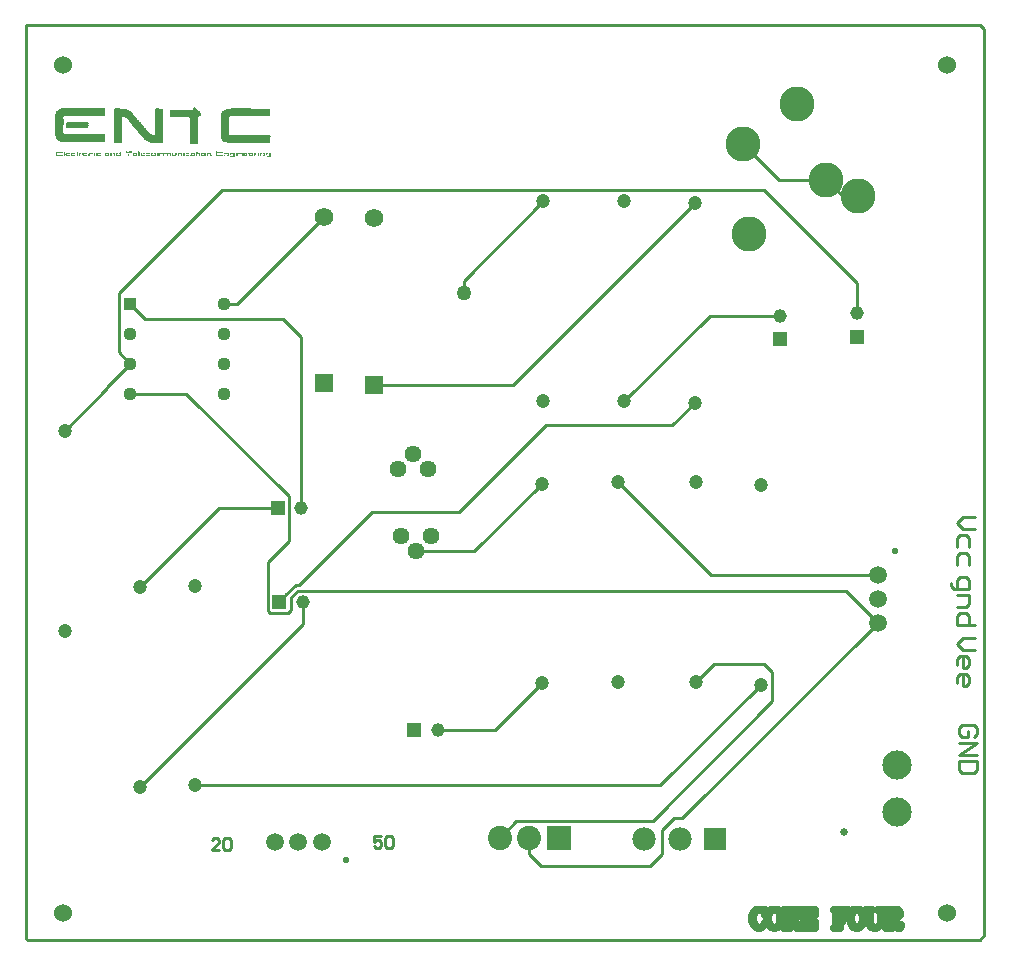
<source format=gbl>
G04*
G04 #@! TF.GenerationSoftware,Altium Limited,Altium Designer,23.9.2 (47)*
G04*
G04 Layer_Physical_Order=2*
G04 Layer_Color=16711680*
%FSLAX44Y44*%
%MOMM*%
G71*
G04*
G04 #@! TF.SameCoordinates,F81C6849-98B2-4F71-9394-E41489A2B151*
G04*
G04*
G04 #@! TF.FilePolarity,Positive*
G04*
G01*
G75*
%ADD12C,0.2540*%
%ADD33C,1.2000*%
%ADD34R,1.1500X1.1500*%
%ADD35C,1.1500*%
%ADD36C,1.4400*%
%ADD37C,1.5000*%
%ADD38C,0.5500*%
%ADD39C,1.1300*%
%ADD40R,1.1300X1.1300*%
%ADD41C,1.5240*%
%ADD42R,1.1500X1.1500*%
%ADD43C,2.4750*%
%ADD44C,0.6500*%
%ADD45C,2.9550*%
%ADD46C,2.0550*%
%ADD47R,2.0550X2.0550*%
%ADD48C,1.9650*%
%ADD49R,1.9650X1.9650*%
%ADD50R,1.5750X1.5750*%
%ADD51C,1.5750*%
%ADD52C,1.2700*%
%ADD53C,0.6350*%
G36*
X335978Y967053D02*
X336233Y966797D01*
X336438Y966081D01*
X336387Y964393D01*
X336438Y962807D01*
X336336Y962500D01*
X336438Y961170D01*
X336336Y960761D01*
X336182Y960608D01*
X335466Y960403D01*
X333829Y960505D01*
X302217Y960403D01*
X301961Y960147D01*
X301347Y958817D01*
X301398Y957743D01*
X301347Y946234D01*
X301450Y945927D01*
X301705Y945262D01*
X301961Y944904D01*
X302626Y944648D01*
X303342Y944546D01*
X335722Y944597D01*
X336131Y944495D01*
X336438Y944188D01*
X336540Y943779D01*
X336489Y939635D01*
X336591Y939124D01*
X336643Y938459D01*
X336387Y938101D01*
X335875Y937896D01*
X300171Y937998D01*
X299864Y938101D01*
X299454Y938203D01*
X298329Y938714D01*
X297613Y938919D01*
X297101Y939226D01*
X296590Y939737D01*
X296385Y939840D01*
X295925Y940198D01*
X295516Y940914D01*
X295311Y941016D01*
X295209Y941221D01*
X294902Y941937D01*
Y942244D01*
X294851Y942295D01*
X294748Y942909D01*
X294646Y943420D01*
X294442Y944239D01*
X294390Y945518D01*
X294493Y945620D01*
X294390Y945927D01*
X294493Y961170D01*
X294595Y961477D01*
X294800Y962296D01*
X294953Y963165D01*
X295158Y963677D01*
X295311Y963830D01*
X295362Y963984D01*
X295567Y964086D01*
X295823Y964342D01*
X295925Y964547D01*
X296437Y965263D01*
X296999Y965518D01*
X297204Y965621D01*
X297766Y966081D01*
X297920Y966235D01*
X298636Y966439D01*
X299352Y966542D01*
X301040Y966899D01*
X301654Y967002D01*
X303086Y967104D01*
X333932Y967155D01*
X334238Y967053D01*
X335568Y967155D01*
X335978Y967053D01*
D02*
G37*
G36*
X412911Y967462D02*
X413474Y967002D01*
X413628Y966848D01*
X413832Y966746D01*
X414548Y966337D01*
X415469Y965416D01*
X415674Y965314D01*
X416083Y964700D01*
X416646Y964137D01*
X417055Y963012D01*
X417464Y962398D01*
X417669Y961682D01*
X417771Y960966D01*
X417669Y960147D01*
X417515Y959892D01*
X417106Y959789D01*
X416032Y959840D01*
X415520Y959533D01*
X415418Y959329D01*
X415316Y959022D01*
X415264Y958562D01*
X415316Y946438D01*
Y946336D01*
X415367Y937282D01*
X415213Y936924D01*
X414958Y936668D01*
X414548Y936566D01*
X412860Y936617D01*
X410865Y936566D01*
X410661Y936668D01*
X410354Y936566D01*
X408717Y936668D01*
X408461Y936924D01*
X408359Y937640D01*
X408256Y958511D01*
X408052Y958715D01*
X408001Y958868D01*
X407796Y958971D01*
X407285Y959175D01*
X405597Y959124D01*
X394394Y959175D01*
X394087Y959073D01*
X393064Y959175D01*
X392297Y959022D01*
X391837Y958971D01*
X391274Y959431D01*
X391171Y960147D01*
X391274Y965263D01*
X391632Y965621D01*
X394803Y965518D01*
X409280Y965570D01*
X410252Y965518D01*
X410712Y965876D01*
X411019Y966593D01*
X411428Y967309D01*
X411991Y967564D01*
X412911Y967462D01*
D02*
G37*
G36*
X476136Y966439D02*
X476494Y966081D01*
X476597Y965467D01*
X476494Y965160D01*
X476392Y960147D01*
X476136Y959892D01*
X475727Y959789D01*
X474397Y959892D01*
X442580Y959789D01*
X442068Y959585D01*
X441506Y959329D01*
X441301Y958817D01*
X441404Y944801D01*
X441864Y944239D01*
X442068Y944137D01*
X442580Y943932D01*
X476443Y943830D01*
X476699Y943267D01*
X476597Y941323D01*
X476494Y937538D01*
X476239Y937282D01*
X475829Y937180D01*
X474806Y937282D01*
X464780D01*
X441250Y937384D01*
X440943Y937487D01*
X440278Y937640D01*
X439767Y937742D01*
X439153Y937845D01*
X438181Y937998D01*
X437465Y938510D01*
X436544Y939021D01*
X435368Y940198D01*
X435265Y940607D01*
X434958Y941118D01*
X434754Y941323D01*
X434447Y942039D01*
X434344Y943983D01*
X434447Y961887D01*
X434856Y962603D01*
X435061Y962807D01*
X435163Y963012D01*
X435470Y963728D01*
X435572Y963933D01*
X435726Y964188D01*
X435930Y964291D01*
X436493Y964751D01*
X437056Y965314D01*
X437772Y965518D01*
X438590Y965825D01*
X439102Y966132D01*
X439818Y966337D01*
X440841Y966439D01*
X444933Y966542D01*
X476136Y966439D01*
D02*
G37*
G36*
X307434Y954674D02*
X322013Y954725D01*
X322524Y954418D01*
X322627Y954009D01*
X322524Y952577D01*
X322627Y952270D01*
X322524Y950633D01*
X322166Y950173D01*
X321757Y950070D01*
X320427Y950173D01*
X316130D01*
X304519Y950121D01*
X304161Y950275D01*
X303905Y950837D01*
X303854Y954060D01*
X304058Y954572D01*
X304570Y954776D01*
X307434Y954674D01*
D02*
G37*
G36*
X385084Y966439D02*
X385442Y966081D01*
X385494Y965416D01*
X385391Y937896D01*
X385238Y937538D01*
X385084Y937384D01*
X384675Y937282D01*
X384368Y937180D01*
X384061Y937282D01*
X376593Y937384D01*
X376286Y937487D01*
X375467Y937691D01*
X374035Y937896D01*
X373370Y938049D01*
X373012Y938305D01*
X372603Y938714D01*
X371631Y939072D01*
X370864Y939840D01*
X370659Y939942D01*
X369585Y941016D01*
X369483Y941221D01*
X368664Y942039D01*
X368562Y942244D01*
X368204Y942704D01*
X367999Y942806D01*
X367641Y943165D01*
X367334Y943676D01*
X367079Y943932D01*
X366874Y944034D01*
X366465Y944648D01*
X365800Y945313D01*
X365697Y945518D01*
X365237Y946080D01*
X364777Y946541D01*
X364674Y946745D01*
X364214Y947308D01*
X363754Y947768D01*
X363651Y947973D01*
X363191Y948536D01*
X362935Y948689D01*
X362833Y948894D01*
X362373Y949456D01*
X362066Y949763D01*
X361912Y949815D01*
X361810Y950019D01*
X361349Y950582D01*
X360787Y951144D01*
X360480Y951656D01*
X360326Y951809D01*
X360122Y951912D01*
X359712Y952526D01*
X359457Y952884D01*
X359303Y953037D01*
X359099Y953139D01*
X358689Y953753D01*
X358536Y953907D01*
X358485Y954060D01*
X358280Y954163D01*
X358024Y954418D01*
X357922Y954623D01*
X357462Y955288D01*
X357257Y955390D01*
X356797Y955851D01*
X356694Y956055D01*
X356439Y956413D01*
X356234Y956516D01*
X355876Y956874D01*
X355569Y957385D01*
X354853Y958101D01*
X354751Y958306D01*
X354597Y958459D01*
X353728Y958920D01*
X353625Y959124D01*
X353369Y959380D01*
X352551Y959585D01*
X351937Y959687D01*
X351324Y959892D01*
X350761Y959533D01*
X350556Y959022D01*
X350658Y956771D01*
X350556Y937640D01*
X350300Y937384D01*
X349891Y937282D01*
X347231D01*
X344264Y937384D01*
X344009Y937640D01*
X343906Y938356D01*
X344009Y966183D01*
X344264Y966439D01*
X344674Y966542D01*
X353676Y966439D01*
X353983Y966337D01*
X354546Y966183D01*
X355058Y965979D01*
X355211Y965825D01*
X355723Y965621D01*
X356132Y965518D01*
X356797Y965263D01*
X357462Y964598D01*
X358178Y964188D01*
X358996Y963370D01*
X359201Y963268D01*
X359764Y962705D01*
X359866Y962500D01*
X360480Y961887D01*
X360582Y961682D01*
X360889Y961375D01*
X360991Y961170D01*
X361707Y960454D01*
X361810Y960250D01*
X362270Y959687D01*
X362628Y959431D01*
X362730Y959227D01*
X363191Y958664D01*
X363651Y958306D01*
X363958Y957794D01*
X364674Y957078D01*
X364981Y956567D01*
X365135Y956413D01*
X365339Y956311D01*
X365493Y956157D01*
X365595Y955953D01*
X366055Y955390D01*
X366516Y954930D01*
X366618Y954725D01*
X367079Y954163D01*
X367641Y953600D01*
X367743Y953395D01*
X368102Y952935D01*
X368306Y952832D01*
X368562Y952577D01*
X368664Y952372D01*
X369125Y951809D01*
X369329Y951707D01*
X369585Y951451D01*
X369892Y950940D01*
X370506Y950326D01*
X370608Y950121D01*
X370966Y949661D01*
X371171Y949559D01*
X371427Y949303D01*
X371529Y949098D01*
X371989Y948536D01*
X372449Y948075D01*
X372552Y947871D01*
X373012Y947308D01*
X373575Y946745D01*
X373677Y946541D01*
X374035Y946080D01*
X374240Y945978D01*
X374547Y945671D01*
X374700Y945620D01*
X374803Y945415D01*
X375263Y944955D01*
X375928Y944699D01*
X376286Y944546D01*
X376849Y944085D01*
X377309Y943932D01*
X377718Y943830D01*
X378332Y944034D01*
X378588Y944290D01*
X378690Y945006D01*
X378588Y945415D01*
X378639Y964904D01*
X378588Y966081D01*
X378946Y966439D01*
X379662Y966542D01*
X385084Y966439D01*
D02*
G37*
G36*
X359508Y929916D02*
X359661Y929558D01*
Y929456D01*
X359406Y929200D01*
X357666Y929098D01*
X356643Y928484D01*
X356336Y928586D01*
X355927Y928995D01*
X355723Y929098D01*
X355416Y929200D01*
X354086Y929302D01*
X353932Y929763D01*
X354290Y930121D01*
X355671Y930070D01*
X357666Y930121D01*
X357973Y930018D01*
X358689Y930121D01*
X358996Y930223D01*
X359508Y929916D01*
D02*
G37*
G36*
X374291Y928842D02*
X374189Y928535D01*
X374035Y928382D01*
X372961Y928433D01*
X372091Y928074D01*
X371887D01*
X371836Y928023D01*
X371682Y927972D01*
X371427Y928126D01*
X371529Y928739D01*
X371887Y929098D01*
X373473Y929046D01*
X373933Y929098D01*
X374291Y928842D01*
D02*
G37*
G36*
X431940Y930018D02*
X432452Y929814D01*
X432759Y929916D01*
X433577D01*
X435879Y929967D01*
X436084Y929865D01*
X436135Y929405D01*
X435828Y928995D01*
X432554Y929098D01*
X432247Y929200D01*
X431684Y928739D01*
X431275Y928126D01*
X431582Y927614D01*
X431838Y927358D01*
X432247Y927256D01*
X433884Y927358D01*
X436237Y927256D01*
X436493Y927000D01*
X436390Y926489D01*
X436237Y926335D01*
X435419Y926131D01*
X435009Y926233D01*
X430866Y926182D01*
X430508Y926438D01*
X430354Y926898D01*
X430406Y928484D01*
X430303Y928995D01*
X430252Y929456D01*
X430559Y929967D01*
X430713Y930121D01*
X431940Y930018D01*
D02*
G37*
G36*
X392041Y928995D02*
X392092Y928944D01*
X392297Y928433D01*
X392195Y926386D01*
X392041Y926233D01*
X391427Y926335D01*
X391274Y926796D01*
X391376Y927717D01*
X390916Y928279D01*
X390609Y928382D01*
X390353Y928126D01*
X390148Y927614D01*
X390251Y926591D01*
X389995Y926233D01*
X389586Y926131D01*
X389381Y926233D01*
X389125Y926489D01*
X389176Y927768D01*
X388767Y928279D01*
X388051Y928177D01*
X387540Y927972D01*
X386772Y928023D01*
X386670Y927717D01*
X386875Y927000D01*
X386772Y926693D01*
X386619Y926540D01*
X386107Y926335D01*
X385494Y926438D01*
X385340Y926591D01*
X385391Y927870D01*
X384880Y928074D01*
X384470Y928177D01*
X383754Y928074D01*
X383498Y927819D01*
X383396Y927410D01*
X383498Y927000D01*
X383396Y926489D01*
X383243Y926335D01*
X382680Y926386D01*
X382578Y926796D01*
X382476Y927921D01*
X382117Y928382D01*
X381708Y928279D01*
X381555Y928126D01*
X381350Y927614D01*
X381401Y926642D01*
X381248Y926284D01*
X380788Y926131D01*
X380429Y926386D01*
X380225Y927103D01*
X380327Y928637D01*
X380685Y929098D01*
X381094Y929200D01*
X381657Y929046D01*
X382117Y928893D01*
X382629Y929098D01*
X384010Y929046D01*
X384880Y929098D01*
X385596Y928688D01*
X386312Y928382D01*
X386721Y928484D01*
X387233Y928995D01*
X387949Y929098D01*
X388870Y928995D01*
X389176Y929098D01*
X389893Y929200D01*
X390200Y929098D01*
X390609Y928995D01*
X391632Y929200D01*
X392041Y928995D01*
D02*
G37*
G36*
X321246D02*
X321501Y928739D01*
X321399Y928126D01*
X320734Y928074D01*
X319813Y928484D01*
X319097Y928382D01*
X318739Y928023D01*
X318637Y927614D01*
X318893Y927154D01*
X319609Y926949D01*
X320223Y927051D01*
X320939Y927358D01*
X321348Y927256D01*
X321501Y926796D01*
X321399Y926386D01*
X321246Y926233D01*
X320836Y926131D01*
X319558Y926182D01*
X318893Y926131D01*
X318586Y926233D01*
X317869Y926642D01*
X317716Y926796D01*
X317512Y927307D01*
X317409Y928330D01*
X317460Y928586D01*
X317512Y928637D01*
X318176Y928893D01*
X318995Y929098D01*
X320120Y928995D01*
X320427Y929098D01*
X320887Y929149D01*
X321246Y928995D01*
D02*
G37*
G36*
X350045Y929763D02*
X350249Y929251D01*
X350096Y928074D01*
X350045Y927410D01*
X350147Y927103D01*
X350045Y926489D01*
X349789Y926233D01*
X349380Y926131D01*
X347640Y926233D01*
X347436Y926131D01*
X347129Y926233D01*
X346515Y926335D01*
X346157Y926591D01*
X345952Y927103D01*
X346055Y928637D01*
X346106Y928688D01*
X346515Y929098D01*
X347743Y928995D01*
X348050Y928893D01*
X348561Y928995D01*
X348766Y929200D01*
X348970Y929302D01*
X349124Y929456D01*
X349226Y929660D01*
X349380Y929814D01*
X349789Y929916D01*
X350045Y929763D01*
D02*
G37*
G36*
X326156Y928995D02*
X326514Y928637D01*
X326412Y928023D01*
X325952Y927870D01*
X324622Y928484D01*
X324110Y928382D01*
X323548Y927921D01*
X323445Y927512D01*
X323548Y926796D01*
X323445Y926386D01*
X323292Y926233D01*
X322985Y926131D01*
X322473Y926438D01*
X322217Y927103D01*
X322115Y927512D01*
Y927819D01*
Y927921D01*
X322627Y928842D01*
X322882Y929098D01*
X324110Y928995D01*
X324417Y928893D01*
X325133Y928995D01*
X325440Y929098D01*
X326156Y928995D01*
D02*
G37*
G36*
X296385Y930018D02*
X296795Y929814D01*
X297101Y929916D01*
X300529Y929967D01*
X300733Y929456D01*
X300631Y929149D01*
X300478Y928995D01*
X300068Y928893D01*
X299045Y928995D01*
X297204Y929098D01*
X296692Y929302D01*
X296130Y928739D01*
X296027Y928330D01*
X296130Y927614D01*
X296488Y927256D01*
X299045Y927358D01*
X300682Y927256D01*
X300836Y927103D01*
X300938Y926693D01*
X300784Y926335D01*
X300273Y926131D01*
X298022Y926233D01*
X296897D01*
X295567Y926131D01*
X295055Y926438D01*
X294902Y926898D01*
X294800Y927410D01*
X294902Y927717D01*
X294851Y929405D01*
X294953Y929814D01*
X295158Y930018D01*
X295567Y930121D01*
X296385Y930018D01*
D02*
G37*
G36*
X446365Y928688D02*
X446468Y928279D01*
X446519Y926898D01*
X446417Y926591D01*
X446314Y926182D01*
X446058Y925517D01*
X445854Y925312D01*
X445138Y925210D01*
X444575Y925363D01*
X443603Y925415D01*
X443296Y925312D01*
X442478Y925415D01*
X442324Y925568D01*
X442426Y925977D01*
X442478Y926029D01*
X443092Y926642D01*
X443910Y926540D01*
X444217Y926438D01*
X444728Y926540D01*
X444984Y926796D01*
X445087Y927205D01*
X444984Y927921D01*
X444524Y928484D01*
X444217Y928586D01*
X443910Y928484D01*
X443143Y927717D01*
X443040Y927512D01*
X442580Y927461D01*
X442222Y927819D01*
X442324Y928739D01*
X442478Y928995D01*
X442887Y929098D01*
X443705Y928995D01*
X444217Y928791D01*
X444728Y928995D01*
X445649Y929098D01*
X446365Y928688D01*
D02*
G37*
G36*
X306718Y928995D02*
X306872Y928842D01*
X306769Y928228D01*
X306258Y927717D01*
X306360Y927307D01*
X306565Y927103D01*
X306667Y926693D01*
X306616Y926438D01*
X305900Y926233D01*
X305593Y926335D01*
X304621Y926182D01*
X304468Y926131D01*
X304161Y926233D01*
X303956Y926335D01*
X303700Y926591D01*
X303598Y927307D01*
X303700Y927614D01*
X303598Y927819D01*
X303496Y928126D01*
X303598Y928535D01*
X304058Y928995D01*
X304468Y929098D01*
X305184Y928791D01*
X305593Y928893D01*
X306104Y929098D01*
X306207D01*
X306718Y928995D01*
D02*
G37*
G36*
X457005Y928893D02*
X457056Y928330D01*
X456545Y927614D01*
X456954Y926693D01*
X456698Y926335D01*
X456289Y926233D01*
X455368Y926335D01*
X455061Y926233D01*
X454141Y926335D01*
X453629Y926847D01*
X453220Y926745D01*
X453015Y926540D01*
X452606Y926438D01*
X452197Y926540D01*
X452043Y926693D01*
X452146Y927307D01*
X452248Y927614D01*
X452146Y927921D01*
X451327Y928126D01*
X450662Y928382D01*
X449946Y928279D01*
X449230Y927870D01*
X449076Y927717D01*
X449128Y926745D01*
X448923Y926438D01*
X447798Y926540D01*
X447644Y927000D01*
X447746Y927410D01*
Y927512D01*
X447695Y928586D01*
X447900Y928791D01*
X449025Y928893D01*
X449332Y928995D01*
X449741Y929098D01*
X450151Y928995D01*
X451839Y929046D01*
X452350Y928739D01*
X452453Y928535D01*
X452708Y928279D01*
X453322Y928382D01*
X453629Y928688D01*
X454345Y928995D01*
X455061Y928893D01*
X455471Y928688D01*
X455675Y928893D01*
X455880Y928995D01*
X456493Y929200D01*
X457005Y928893D01*
D02*
G37*
G36*
X406466Y928995D02*
X406978Y929098D01*
X407080D01*
X407592Y928995D01*
X407745Y928842D01*
X407643Y928535D01*
X407489Y928382D01*
X406415Y928433D01*
X406057Y928177D01*
X405545Y927870D01*
X405136Y927972D01*
X404983Y928433D01*
X405085Y928842D01*
X405341Y929098D01*
X405750Y929200D01*
X406466Y928995D01*
D02*
G37*
G36*
X331374D02*
X332448Y929046D01*
X332806Y928893D01*
X332857Y928637D01*
X332704Y928484D01*
X332295Y928382D01*
X331169Y928484D01*
X331067D01*
X330760Y928382D01*
X330504Y928126D01*
X330402Y927717D01*
X330504Y927307D01*
X330760Y927051D01*
X331476Y926949D01*
X331783Y927051D01*
X332909Y926949D01*
X333062Y926796D01*
X332960Y926386D01*
X332806Y926233D01*
X332090Y926131D01*
X330044Y926233D01*
X329532Y926540D01*
X329379Y926693D01*
X329174Y927205D01*
X329277Y928637D01*
X329635Y928995D01*
X330351Y929098D01*
X331374Y928995D01*
D02*
G37*
G36*
X311117D02*
X311322Y928893D01*
X311475Y928739D01*
X311322Y928484D01*
X310606Y928382D01*
X310197Y928484D01*
X309225Y928330D01*
X308918Y928126D01*
X308815Y927717D01*
X308918Y927307D01*
X309174Y927051D01*
X310043Y927000D01*
X310657Y927103D01*
X310913Y927154D01*
X311424Y926847D01*
X311475Y926386D01*
X311322Y926233D01*
X310913Y926131D01*
X309890Y926233D01*
X309583Y926131D01*
X308764Y926233D01*
X308662Y926335D01*
X308560D01*
X307792Y926898D01*
X307588Y927717D01*
X307690Y928535D01*
X307844Y928688D01*
X308355Y928893D01*
X309174Y929098D01*
X311117Y928995D01*
D02*
G37*
G36*
X370352D02*
X370506Y928842D01*
X370710Y928330D01*
X370659Y928074D01*
X370250Y927972D01*
X369125D01*
X369073Y928023D01*
X368767Y928330D01*
X368715Y928586D01*
X368920Y928893D01*
X369636Y929098D01*
X370352Y928995D01*
D02*
G37*
G36*
X461711Y929098D02*
X461865Y928944D01*
X461967Y928535D01*
X461865Y928126D01*
X461660Y927921D01*
X461558Y927717D01*
X461455Y927410D01*
X461762Y926796D01*
Y926693D01*
X461660Y926489D01*
X461404Y926233D01*
X460023Y926284D01*
X459154Y926233D01*
X458847Y926335D01*
X458182Y926693D01*
X458079Y927103D01*
X457977Y928535D01*
X458335Y928893D01*
X458744Y928995D01*
X459563Y928893D01*
X459818Y928637D01*
X459716Y928330D01*
X459409Y927819D01*
X459512Y927512D01*
X459665Y927358D01*
X460074Y927256D01*
X460586Y927358D01*
X460841Y927512D01*
X460739Y927921D01*
X460535Y928126D01*
X460330Y928535D01*
X460790Y929098D01*
X461200Y929200D01*
X461711Y929098D01*
D02*
G37*
G36*
X363498D02*
X363651Y928944D01*
X363754Y928535D01*
X363651Y928126D01*
X363344Y927819D01*
X363242Y927410D01*
X363549Y926693D01*
X363447Y926489D01*
X363191Y926233D01*
X361810Y926284D01*
X360838Y926233D01*
X360122Y926642D01*
X359968Y926796D01*
X359866Y927512D01*
X359968Y928739D01*
X360122Y928893D01*
X360838Y928995D01*
X361452Y928893D01*
X361707Y928637D01*
X361605Y928433D01*
X361196Y927819D01*
X361298Y927512D01*
X361400Y927410D01*
X361452Y927358D01*
X361861Y927256D01*
X362373Y927358D01*
X362628Y927512D01*
X362526Y927921D01*
X362321Y928126D01*
X362117Y928535D01*
X362577Y929098D01*
X362986Y929200D01*
X363498Y929098D01*
D02*
G37*
G36*
X340121Y928842D02*
X340223Y928433D01*
X340172Y927358D01*
X340223Y926796D01*
X339916Y926284D01*
X339456Y926131D01*
X338842Y926233D01*
X338535Y926335D01*
X336694Y926233D01*
X336336Y926591D01*
X336438Y927307D01*
X336745Y928023D01*
X336847Y928739D01*
X337308Y928893D01*
X337921Y928791D01*
X338075Y928637D01*
X337973Y928330D01*
X337563Y927921D01*
X337666Y927512D01*
X338228Y927256D01*
X338740Y927358D01*
X338893Y927512D01*
X338791Y928126D01*
X338689Y928330D01*
X338638Y928382D01*
X338586Y928637D01*
X339047Y929098D01*
X339661Y929200D01*
X340121Y928842D01*
D02*
G37*
G36*
X474192Y928995D02*
X474346Y928842D01*
X474244Y928433D01*
X473579Y927051D01*
X472965Y927154D01*
X472811Y927307D01*
X472760Y927358D01*
X472607Y927921D01*
X472709Y928637D01*
X473067Y929098D01*
X474192Y928995D01*
D02*
G37*
G36*
X412758Y928944D02*
X412962Y928739D01*
X412860Y927921D01*
X412758Y927614D01*
X412656Y926386D01*
X412502Y926233D01*
X412400D01*
X412349Y926182D01*
X411786Y926131D01*
X411274Y926335D01*
X410865Y926438D01*
X409740Y926131D01*
X409024Y926233D01*
X408870Y926386D01*
X408768Y926796D01*
X408870Y927205D01*
X409177Y927921D01*
X409280Y928739D01*
X409433Y928893D01*
X410354Y928791D01*
X410507Y928637D01*
X410405Y928228D01*
X410200Y928023D01*
X410303Y927512D01*
X410763Y927051D01*
X411172Y927154D01*
X411428Y927410D01*
X411530Y927819D01*
X411326Y928535D01*
X411428Y928842D01*
X411581Y928995D01*
X411991Y929098D01*
X412246Y929149D01*
X412758Y928944D01*
D02*
G37*
G36*
X397207Y928739D02*
X397310Y928126D01*
X397207Y927819D01*
X397003Y926591D01*
X396849Y926335D01*
X396133Y926131D01*
X395724Y926233D01*
X393934Y926182D01*
X393525Y926284D01*
X393218Y926591D01*
X393013Y927410D01*
X393115Y928842D01*
X393371Y929098D01*
X394087Y928995D01*
X394241Y928535D01*
X394189Y927768D01*
X394394Y927256D01*
X395110Y926949D01*
X395622Y927051D01*
X395980Y927410D01*
X396082Y927819D01*
Y928126D01*
Y928228D01*
X395980Y928535D01*
X396287Y929046D01*
X396849Y929098D01*
X397207Y928739D01*
D02*
G37*
G36*
X379151Y929098D02*
X379406Y928842D01*
X379509Y928433D01*
X379406Y926796D01*
X379304Y926386D01*
X379151Y926233D01*
X378741Y926131D01*
X376797Y926233D01*
X375774Y926335D01*
X375519Y926591D01*
X375416Y927000D01*
X375365Y928484D01*
X375519Y928842D01*
X375774Y929098D01*
X377002Y928995D01*
X377258Y928739D01*
X376746Y928228D01*
X376542Y927717D01*
X376644Y927307D01*
X377002Y926949D01*
X377565Y926898D01*
X377974Y927000D01*
X378128Y927154D01*
X378332Y927256D01*
X378383Y927307D01*
X378434Y927358D01*
X378588Y927717D01*
X378128Y928279D01*
X377667Y928739D01*
X377923Y928995D01*
X378639Y929200D01*
X379151Y929098D01*
D02*
G37*
G36*
X421454Y929046D02*
X421659Y928842D01*
X421761Y928433D01*
X421659Y926693D01*
X421301Y926233D01*
X420584Y926131D01*
X420175Y926233D01*
X418282Y926182D01*
X417924Y926335D01*
X417771Y926796D01*
X417669Y927512D01*
X417771Y928842D01*
X417976Y929046D01*
X418027Y929098D01*
X418743Y929200D01*
X419408Y928842D01*
X419305Y928535D01*
X418896Y928126D01*
X418692Y927614D01*
X419152Y927051D01*
X419664Y926847D01*
X420328Y927103D01*
X420738Y927512D01*
X420635Y927921D01*
X420431Y928126D01*
X420328Y928330D01*
X419919Y928739D01*
X419971Y928893D01*
X420482Y929098D01*
X420891Y929200D01*
X421454Y929046D01*
D02*
G37*
G36*
X437925Y927103D02*
X437976Y926745D01*
X437874Y926540D01*
X437567D01*
X437414Y926693D01*
X437516Y927205D01*
X437669Y927256D01*
X437925Y927103D01*
D02*
G37*
G36*
X356899Y927717D02*
X357104Y927205D01*
X357001Y926591D01*
X356541Y926438D01*
X356234Y926540D01*
X356081Y927000D01*
X356183Y927512D01*
X356234Y927563D01*
X356490Y927921D01*
X356643Y927972D01*
X356899Y927717D01*
D02*
G37*
G36*
X302524Y929916D02*
X302677Y929763D01*
X302882Y928330D01*
X303086Y927819D01*
Y927614D01*
Y927512D01*
X302933Y926949D01*
X302677Y926591D01*
X302524Y926438D01*
X302012Y926540D01*
X301859Y926693D01*
X301961Y927717D01*
X302063Y928023D01*
X301961Y928637D01*
X301859Y928944D01*
X301756Y929353D01*
X301859Y929763D01*
X302115Y930018D01*
X302524Y929916D01*
D02*
G37*
G36*
X476648Y928893D02*
X476801Y928739D01*
X476750Y926847D01*
X476801Y925773D01*
X476545Y925312D01*
X476136Y925210D01*
X475215Y925312D01*
X475011Y925517D01*
X474090Y925415D01*
X473579Y925210D01*
X473067Y925312D01*
X472914Y925773D01*
X473374Y926335D01*
X473885Y926540D01*
X474704Y926438D01*
X475011Y926335D01*
X475574Y926796D01*
X475778Y927410D01*
X475369Y928126D01*
X475164Y928330D01*
X475062Y928739D01*
X475164Y928944D01*
X475369Y929046D01*
X475420Y929098D01*
X476136Y929200D01*
X476648Y928893D01*
D02*
G37*
G36*
X328151Y928842D02*
X328254Y928433D01*
X328202Y928382D01*
X328151Y927410D01*
X328254Y927103D01*
X328151Y926489D01*
X327691Y926335D01*
X327282Y926438D01*
X327077Y926642D01*
X326924Y926693D01*
X326821Y927103D01*
X326924Y927307D01*
X327230Y928023D01*
X327333Y928433D01*
X327640Y928944D01*
X327998Y928995D01*
X328151Y928842D01*
D02*
G37*
G36*
X469077Y929098D02*
X469435Y928842D01*
X469333Y928433D01*
X469026Y928126D01*
X468924Y927921D01*
X468719Y927717D01*
Y927205D01*
Y927103D01*
X468821Y926796D01*
X468719Y926386D01*
X468259Y926233D01*
X467952Y926335D01*
X467696Y926591D01*
X467747Y927870D01*
X467594Y928433D01*
X467850Y928995D01*
X468361Y929200D01*
X469077Y929098D01*
D02*
G37*
G36*
X426416Y928995D02*
X426569Y928842D01*
X426671Y928637D01*
Y928535D01*
X426723Y926642D01*
X426467Y926284D01*
X425802Y926233D01*
X425546Y926489D01*
X425597Y927665D01*
X425188Y928279D01*
X424932Y928535D01*
X424983Y928893D01*
X425188Y928995D01*
X425495Y929098D01*
X425904Y929200D01*
X426416Y928995D01*
D02*
G37*
G36*
X401862D02*
X402016Y928842D01*
X402118Y928433D01*
X402016Y927717D01*
Y927614D01*
X402118Y927205D01*
X402016Y926489D01*
X401760Y926233D01*
X401249Y926335D01*
X401095Y926489D01*
X400993Y926898D01*
X401095Y927307D01*
X400993Y927819D01*
X400788Y928023D01*
X400686Y928228D01*
X400379Y928535D01*
X400430Y928893D01*
X400635Y928995D01*
X400942Y929098D01*
X401351Y929200D01*
X401862Y928995D01*
D02*
G37*
G36*
X344981Y928893D02*
X345032Y927921D01*
X344929Y927614D01*
X345134Y926796D01*
X344878Y926335D01*
X344469Y926233D01*
X344111Y926489D01*
X344162Y927563D01*
X343804Y928126D01*
X343651Y928279D01*
X343599Y928330D01*
X343395Y928739D01*
X343753Y929098D01*
X344469Y929200D01*
X344981Y928893D01*
D02*
G37*
G36*
X466622Y929098D02*
X466878Y928842D01*
X466980Y928126D01*
X467031Y926745D01*
X466878Y926386D01*
X466724Y926233D01*
X466366Y926182D01*
X466059Y926284D01*
X466008Y926335D01*
X465854Y926489D01*
X465752Y926898D01*
X465854Y927614D01*
X465701Y928177D01*
X465650Y928842D01*
X466008Y929200D01*
X466622Y929098D01*
D02*
G37*
G36*
X471635Y928893D02*
X471788Y928433D01*
X471839Y926642D01*
X471533Y926233D01*
X471123Y926131D01*
X470765Y926386D01*
X470663Y926796D01*
X470714Y927665D01*
X470202Y928484D01*
X470151Y928842D01*
X470305Y928995D01*
X470714Y929098D01*
X470765Y929149D01*
X471123Y929200D01*
X471635Y928893D01*
D02*
G37*
G36*
X464371Y928995D02*
X464627Y928739D01*
X464524Y928535D01*
X464013Y927819D01*
X463911Y926386D01*
X463757Y926233D01*
X463348Y926131D01*
X462888Y926386D01*
X462785Y926796D01*
Y927614D01*
Y927717D01*
X462888Y928433D01*
X462990Y928739D01*
X463348Y929098D01*
X464371Y928995D01*
D02*
G37*
G36*
X438386Y929098D02*
X439102Y928893D01*
X440074Y929046D01*
X440534Y929098D01*
X441250Y928688D01*
X441506Y928023D01*
X441404Y926591D01*
X441045Y926233D01*
X440636Y926131D01*
X440278Y926386D01*
X440176Y926796D01*
X440278Y927717D01*
X440022Y928074D01*
X439971Y928126D01*
X439920Y928279D01*
X439715Y928382D01*
X439204Y928586D01*
X438232Y927921D01*
X437669Y927665D01*
X437465Y927768D01*
X437209Y928023D01*
X437107Y928433D01*
X437414Y928944D01*
X438078Y929200D01*
X438386Y929098D01*
D02*
G37*
G36*
X423858D02*
X424319Y928739D01*
X424216Y928535D01*
X423756Y927972D01*
X423602Y927512D01*
X423705Y926796D01*
Y926489D01*
X423653Y926438D01*
X423346Y926131D01*
X422835Y926233D01*
X422579Y926489D01*
X422477Y926898D01*
X422579Y928739D01*
X423040Y929200D01*
X423858Y929098D01*
D02*
G37*
G36*
X416492Y929200D02*
X416646Y929046D01*
X416748Y928637D01*
X416850Y927921D01*
X416748Y926386D01*
X416594Y926233D01*
X416185Y926131D01*
X415827Y926386D01*
X415725Y927000D01*
X415827Y927307D01*
X415725Y928228D01*
X415622Y928535D01*
X415674Y928791D01*
X415725Y928842D01*
X415827Y929046D01*
X416083Y929302D01*
X416492Y929200D01*
D02*
G37*
G36*
X414651Y930018D02*
X414804Y929865D01*
X414906Y929456D01*
X415009Y928739D01*
X414906Y928433D01*
X414804Y927717D01*
X414702Y926386D01*
X414446Y926131D01*
X414139D01*
X413883Y926386D01*
X413781Y926796D01*
X413679Y928637D01*
X413576Y928944D01*
X413679Y929353D01*
X413832Y929916D01*
X414037Y930121D01*
X414651Y930018D01*
D02*
G37*
G36*
X406364Y927051D02*
X406671Y926949D01*
X406978Y927051D01*
X407694Y926949D01*
X407847Y926796D01*
Y926693D01*
X407745Y926386D01*
X407592Y926233D01*
X407182Y926131D01*
X406261Y926233D01*
X405955Y926131D01*
X405238Y926233D01*
X405085Y926386D01*
X404983Y926796D01*
X405085Y927307D01*
X405238Y927461D01*
X405494Y927512D01*
X406364Y927051D01*
D02*
G37*
G36*
X403653Y929353D02*
X403704Y929302D01*
X403960Y929046D01*
X404164Y928228D01*
X404062Y926591D01*
X403806Y926233D01*
X403397Y926131D01*
X402886Y926438D01*
X402783Y926847D01*
X402732Y926898D01*
X402834Y927205D01*
X402937Y927921D01*
X402886Y928586D01*
X402988Y928995D01*
X403243Y929353D01*
X403602Y929405D01*
X403653Y929353D01*
D02*
G37*
G36*
X399305Y929098D02*
X399765Y928739D01*
X399663Y928535D01*
X399151Y927819D01*
Y927410D01*
Y927307D01*
X399049Y926386D01*
X398895Y926233D01*
X398486Y926131D01*
X398026Y926489D01*
X397924Y927307D01*
X398026Y927614D01*
X398128Y928842D01*
X398384Y929098D01*
X398793Y929200D01*
X399305Y929098D01*
D02*
G37*
G36*
X372398Y927256D02*
X372705Y927154D01*
X372757Y927103D01*
X374189Y927000D01*
X374393Y926796D01*
X374291Y926284D01*
X373831Y926131D01*
X372910Y926233D01*
X372603Y926131D01*
X371785Y926233D01*
X371529Y926489D01*
X371324Y927205D01*
X371478Y927358D01*
X372398Y927256D01*
D02*
G37*
G36*
X367795Y929098D02*
X368153Y928739D01*
X368204Y928484D01*
X367846Y927614D01*
X368204Y927256D01*
X369329Y927358D01*
X370045Y926949D01*
X370199Y926796D01*
X370097Y926591D01*
X369841Y926335D01*
X368818D01*
X367795Y926233D01*
X367488Y926131D01*
X366976Y926233D01*
X366720Y926489D01*
X366618Y927103D01*
X366720Y927410D01*
X366618Y928637D01*
X366976Y929098D01*
X367385Y929200D01*
X367795Y929098D01*
D02*
G37*
G36*
X365595Y930070D02*
X365800Y929353D01*
X365748Y928382D01*
X365800Y926796D01*
X365493Y926284D01*
X365032Y926131D01*
X364674Y926386D01*
X364572Y926796D01*
X364674Y927921D01*
Y928023D01*
X364572Y929046D01*
X364674Y929865D01*
X364828Y930121D01*
X365237Y930223D01*
X365595Y930070D01*
D02*
G37*
G36*
X342321Y929098D02*
X342781Y928739D01*
X342474Y928228D01*
X342423Y928177D01*
X342372Y928126D01*
X342167Y927614D01*
X342065Y926386D01*
X341911Y926233D01*
X341502Y926131D01*
X341042Y926489D01*
X340939Y926898D01*
X341042Y928637D01*
X341400Y929098D01*
X341809Y929200D01*
X342321Y929098D01*
D02*
G37*
G36*
X316130Y928995D02*
X316386Y928739D01*
X315926Y928177D01*
X315670Y927614D01*
Y927410D01*
Y927307D01*
X315568Y926386D01*
X315312Y926131D01*
X314903Y926233D01*
X314647Y926489D01*
X314596Y927051D01*
X314647Y927819D01*
X314545Y928126D01*
X314647Y928739D01*
X314903Y928995D01*
X315312Y929098D01*
X316130Y928995D01*
D02*
G37*
G36*
X313624Y929865D02*
X313726Y929456D01*
Y929251D01*
Y929149D01*
X313624Y926898D01*
X313521Y926386D01*
X313266Y926131D01*
X312857Y926233D01*
X312601Y926489D01*
X312498Y927512D01*
X312396Y929353D01*
X312805Y930070D01*
X313368Y930121D01*
X313624Y929865D01*
D02*
G37*
%LPC*%
G36*
X348050Y928586D02*
X347538Y928484D01*
X347282Y928228D01*
X347078Y927717D01*
X347180Y927307D01*
X347436Y927051D01*
X347845Y926949D01*
X348561Y927051D01*
X349226Y927512D01*
X349277Y927563D01*
X349431Y927614D01*
X349380Y927972D01*
X349175Y928074D01*
X348050Y928586D01*
D02*
G37*
G36*
X305388Y928279D02*
X304979Y928177D01*
X304723Y927921D01*
X304826Y927512D01*
X305081Y927358D01*
X305184D01*
X305798Y927461D01*
X305849Y927819D01*
X305388Y928279D01*
D02*
G37*
G36*
X455471Y928382D02*
X454959Y928074D01*
X454703Y927819D01*
X454754Y927563D01*
X455266Y927358D01*
X455829Y927410D01*
X455880Y927461D01*
X456033Y927614D01*
X455931Y927819D01*
X455471Y928382D01*
D02*
G37*
%LPD*%
D12*
X695910Y335280D02*
Y349250D01*
Y335280D02*
X706070Y325120D01*
X797814D01*
X807974Y335280D01*
Y355600D01*
X818388Y366014D01*
X825434D01*
X990600Y531180D01*
X640334Y810604D02*
Y820764D01*
X707390Y887820D01*
X483870Y548640D02*
X489230Y554000D01*
Y554704D01*
X497806Y563280D01*
X501050D01*
X562610Y624840D01*
X636524D01*
X710184Y698500D01*
X816610D01*
X835660Y717550D01*
X670560Y349250D02*
X684784Y363474D01*
X800100D01*
X901446Y464820D01*
Y489204D01*
X894080Y496570D02*
X901446Y489204D01*
X852170Y496570D02*
X894080D01*
X836930Y481330D02*
X852170Y496570D01*
X599440Y591820D02*
X648970D01*
X706120Y648970D01*
X666840Y440690D02*
X706120Y479970D01*
X618170Y440690D02*
X666840D01*
X502600Y628650D02*
Y773110D01*
X487040Y788670D02*
X502600Y773110D01*
X370510Y788670D02*
X487040D01*
X357810Y801370D02*
X370510Y788670D01*
X563880Y732790D02*
X681900D01*
X835660Y886550D01*
X877020Y936280D02*
X907020Y906280D01*
X947020D01*
X961020Y892280D01*
X974020D01*
X437210Y801370D02*
X448280D01*
X521970Y875060D01*
X770890Y650240D02*
X849950Y571180D01*
X990600D01*
X963580Y558200D02*
X990600Y531180D01*
X499910Y558200D02*
X963580D01*
X494310Y552600D02*
X499910Y558200D01*
X494310Y542192D02*
Y552600D01*
X491198Y539080D02*
X494310Y542192D01*
X476542Y539080D02*
X491198D01*
X474218Y541404D02*
X476542Y539080D01*
X474218Y541404D02*
Y582676D01*
X492252Y600710D01*
Y638302D01*
X405384Y725170D02*
X492252Y638302D01*
X357810Y725170D02*
X405384D01*
X365760Y392340D02*
X503870Y530450D01*
Y548640D01*
X365760Y561340D02*
X433070Y628650D01*
X482600D01*
X412750Y393610D02*
X806450D01*
X891540Y478700D01*
X775970Y718820D02*
X848360Y791210D01*
X908050D01*
X302260Y693420D02*
X338328Y729488D01*
Y731088D01*
X357810Y750570D01*
X348234Y760146D02*
X357810Y750570D01*
X348234Y760146D02*
Y810260D01*
X435610Y897636D01*
X894080D01*
X972820Y818896D01*
Y793430D02*
Y818896D01*
X269240Y1037590D02*
X269240Y264160D01*
X270510Y262890D01*
X1076960D01*
X1080770Y266700D01*
Y1033780D01*
X1076960Y1037590D02*
X1080770Y1033780D01*
X269240Y1037590D02*
X1076960Y1037590D01*
X570545Y350357D02*
X563880D01*
Y345358D01*
X567212Y347024D01*
X568878D01*
X570545Y345358D01*
Y342026D01*
X568878Y340360D01*
X565546D01*
X563880Y342026D01*
X573877Y348691D02*
X575543Y350357D01*
X578875D01*
X580541Y348691D01*
Y342026D01*
X578875Y340360D01*
X575543D01*
X573877Y342026D01*
Y348691D01*
X433385Y339090D02*
X426720D01*
X433385Y345755D01*
Y347421D01*
X431718Y349087D01*
X428386D01*
X426720Y347421D01*
X436717D02*
X438383Y349087D01*
X441715D01*
X443381Y347421D01*
Y340756D01*
X441715Y339090D01*
X438383D01*
X436717Y340756D01*
Y347421D01*
X1071876Y434343D02*
X1074415Y436883D01*
Y441961D01*
X1071876Y444500D01*
X1061719D01*
X1059180Y441961D01*
Y436883D01*
X1061719Y434343D01*
X1066797D01*
Y439422D01*
X1059180Y429265D02*
X1074415D01*
X1059180Y419108D01*
X1074415D01*
Y414030D02*
X1059180D01*
Y406412D01*
X1061719Y403873D01*
X1071876D01*
X1074415Y406412D01*
Y414030D01*
X1073145Y621030D02*
X1062988D01*
X1057910Y615952D01*
X1062988Y610873D01*
X1073145D01*
X1068067Y595638D02*
Y603256D01*
X1065527Y605795D01*
X1060449D01*
X1057910Y603256D01*
Y595638D01*
X1068067Y580403D02*
Y588021D01*
X1065527Y590560D01*
X1060449D01*
X1057910Y588021D01*
Y580403D01*
X1073145Y518160D02*
X1062988D01*
X1057910Y513082D01*
X1062988Y508003D01*
X1073145D01*
X1057910Y495307D02*
Y500386D01*
X1060449Y502925D01*
X1065527D01*
X1068067Y500386D01*
Y495307D01*
X1065527Y492768D01*
X1062988D01*
Y502925D01*
X1057910Y480072D02*
Y485151D01*
X1060449Y487690D01*
X1065527D01*
X1068067Y485151D01*
Y480072D01*
X1065527Y477533D01*
X1062988D01*
Y487690D01*
X1052830Y565152D02*
Y562612D01*
X1055369Y560073D01*
X1068065D01*
Y567691D01*
X1065526Y570230D01*
X1060447D01*
X1057908Y567691D01*
Y560073D01*
Y554995D02*
X1068065D01*
Y547377D01*
X1065526Y544838D01*
X1057908D01*
X1073143Y529603D02*
X1057908D01*
Y537221D01*
X1060447Y539760D01*
X1065526D01*
X1068065Y537221D01*
Y529603D01*
D33*
X891540Y647700D02*
D03*
Y478700D02*
D03*
X302260Y524420D02*
D03*
Y693420D02*
D03*
X365760Y392340D02*
D03*
Y561340D02*
D03*
X412750Y393610D02*
D03*
Y562610D02*
D03*
X707390Y887820D02*
D03*
Y718820D02*
D03*
X775970Y887820D02*
D03*
Y718820D02*
D03*
X835660Y886550D02*
D03*
Y717550D02*
D03*
X770890Y650240D02*
D03*
Y481240D02*
D03*
X706120Y648970D02*
D03*
Y479970D02*
D03*
X836930Y650330D02*
D03*
Y481330D02*
D03*
D34*
X908050Y771210D02*
D03*
X972820Y773430D02*
D03*
D35*
X908050Y791210D02*
D03*
X972820Y793430D02*
D03*
X502600Y628650D02*
D03*
X503870Y548640D02*
D03*
X618170Y440690D02*
D03*
D36*
X584200Y661670D02*
D03*
X596900Y674370D02*
D03*
X609600Y661670D02*
D03*
X612140Y604520D02*
D03*
X599440Y591820D02*
D03*
X586740Y604520D02*
D03*
D37*
X520060Y345440D02*
D03*
X500060D02*
D03*
X480060D02*
D03*
X990600Y571180D02*
D03*
Y551180D02*
D03*
Y531180D02*
D03*
D38*
X540560Y330440D02*
D03*
X1005600Y591680D02*
D03*
D39*
X437210Y801370D02*
D03*
Y775970D02*
D03*
Y750570D02*
D03*
Y725170D02*
D03*
X357810D02*
D03*
Y750570D02*
D03*
Y775970D02*
D03*
D40*
Y801370D02*
D03*
D41*
X300990Y285750D02*
D03*
X1049020D02*
D03*
X300990Y1003300D02*
D03*
X1049020D02*
D03*
D42*
X482600Y628650D02*
D03*
X483870Y548640D02*
D03*
X598170Y440690D02*
D03*
D43*
X1007110Y370840D02*
D03*
Y410840D02*
D03*
D44*
X962110Y354340D02*
D03*
D45*
X877020Y936280D02*
D03*
X882020Y860280D02*
D03*
X947020Y906280D02*
D03*
X974020Y892280D02*
D03*
X922020Y970280D02*
D03*
D46*
X670560Y349250D02*
D03*
X695910D02*
D03*
D47*
X721260D02*
D03*
D48*
X792560Y347980D02*
D03*
X822960D02*
D03*
D49*
X853360D02*
D03*
D50*
X521970Y734060D02*
D03*
X563880Y732790D02*
D03*
D51*
X521970Y875060D02*
D03*
X563880Y873790D02*
D03*
D52*
X640334Y810604D02*
D03*
D53*
X894563Y286110D02*
X895289Y283933D01*
Y288287D01*
X894563Y286110D01*
X893112Y287561D01*
X890935Y288287D01*
X889484D01*
X887308Y287561D01*
X885856Y286110D01*
X885131Y284659D01*
X884405Y282482D01*
Y278855D01*
X885131Y276678D01*
X885856Y275227D01*
X887308Y273776D01*
X889484Y273050D01*
X890935D01*
X893112Y273776D01*
X894563Y275227D01*
X895289Y276678D01*
X889484Y288287D02*
X888033Y287561D01*
X886582Y286110D01*
X885856Y284659D01*
X885131Y282482D01*
Y278855D01*
X885856Y276678D01*
X886582Y275227D01*
X888033Y273776D01*
X889484Y273050D01*
X902544Y288287D02*
X900368Y287561D01*
X898916Y286110D01*
X898191Y284659D01*
X897465Y281757D01*
Y279580D01*
X898191Y276678D01*
X898916Y275227D01*
X900368Y273776D01*
X902544Y273050D01*
X903995D01*
X906172Y273776D01*
X907623Y275227D01*
X908349Y276678D01*
X909074Y279580D01*
Y281757D01*
X908349Y284659D01*
X907623Y286110D01*
X906172Y287561D01*
X903995Y288287D01*
X902544D01*
X901093Y287561D01*
X899642Y286110D01*
X898916Y284659D01*
X898191Y281757D01*
Y279580D01*
X898916Y276678D01*
X899642Y275227D01*
X901093Y273776D01*
X902544Y273050D01*
X903995D02*
X905446Y273776D01*
X906898Y275227D01*
X907623Y276678D01*
X908349Y279580D01*
Y281757D01*
X907623Y284659D01*
X906898Y286110D01*
X905446Y287561D01*
X903995Y288287D01*
X913355D02*
Y273050D01*
X914081Y288287D02*
Y273050D01*
X911178Y288287D02*
X919885D01*
X922062Y287561D01*
X922787Y286836D01*
X923513Y285385D01*
Y283933D01*
X922787Y282482D01*
X922062Y281757D01*
X919885Y281031D01*
X914081D01*
X919885Y288287D02*
X921336Y287561D01*
X922062Y286836D01*
X922787Y285385D01*
Y283933D01*
X922062Y282482D01*
X921336Y281757D01*
X919885Y281031D01*
X911178Y273050D02*
X916257D01*
X917708Y281031D02*
X919159Y280306D01*
X919885Y279580D01*
X922062Y274501D01*
X922787Y273776D01*
X923513D01*
X924238Y274501D01*
X919159Y280306D02*
X919885Y278855D01*
X921336Y273776D01*
X922062Y273050D01*
X923513D01*
X924238Y274501D01*
Y275227D01*
X928374Y288287D02*
Y273050D01*
X929100Y288287D02*
Y273050D01*
X933453Y283933D02*
Y278129D01*
X926197Y288287D02*
X937806D01*
Y283933D01*
X937081Y288287D01*
X929100Y281031D02*
X933453D01*
X926197Y273050D02*
X937806D01*
Y277403D01*
X937081Y273050D01*
X955800Y288287D02*
Y273050D01*
X956526Y288287D02*
Y273050D01*
X960879Y283933D02*
Y278129D01*
X953624Y288287D02*
X965232D01*
Y283933D01*
X964507Y288287D01*
X956526Y281031D02*
X960879D01*
X953624Y273050D02*
X958702D01*
X972415Y288287D02*
X970239Y287561D01*
X968788Y286110D01*
X968062Y284659D01*
X967337Y281757D01*
Y279580D01*
X968062Y276678D01*
X968788Y275227D01*
X970239Y273776D01*
X972415Y273050D01*
X973867D01*
X976043Y273776D01*
X977494Y275227D01*
X978220Y276678D01*
X978945Y279580D01*
Y281757D01*
X978220Y284659D01*
X977494Y286110D01*
X976043Y287561D01*
X973867Y288287D01*
X972415D01*
X970964Y287561D01*
X969513Y286110D01*
X968788Y284659D01*
X968062Y281757D01*
Y279580D01*
X968788Y276678D01*
X969513Y275227D01*
X970964Y273776D01*
X972415Y273050D01*
X973867D02*
X975318Y273776D01*
X976769Y275227D01*
X977494Y276678D01*
X978220Y279580D01*
Y281757D01*
X977494Y284659D01*
X976769Y286110D01*
X975318Y287561D01*
X973867Y288287D01*
X983226D02*
Y277403D01*
X983952Y275227D01*
X985403Y273776D01*
X987580Y273050D01*
X989031D01*
X991208Y273776D01*
X992659Y275227D01*
X993384Y277403D01*
Y288287D01*
X983952D02*
Y277403D01*
X984678Y275227D01*
X986129Y273776D01*
X987580Y273050D01*
X981050Y288287D02*
X986129D01*
X991208D02*
X995561D01*
X999551D02*
Y273050D01*
X1000277Y288287D02*
Y273050D01*
X997375Y288287D02*
X1006081D01*
X1008258Y287561D01*
X1008984Y286836D01*
X1009709Y285385D01*
Y283933D01*
X1008984Y282482D01*
X1008258Y281757D01*
X1006081Y281031D01*
X1000277D01*
X1006081Y288287D02*
X1007533Y287561D01*
X1008258Y286836D01*
X1008984Y285385D01*
Y283933D01*
X1008258Y282482D01*
X1007533Y281757D01*
X1006081Y281031D01*
X997375Y273050D02*
X1002454D01*
X1003905Y281031D02*
X1005356Y280306D01*
X1006081Y279580D01*
X1008258Y274501D01*
X1008984Y273776D01*
X1009709D01*
X1010435Y274501D01*
X1005356Y280306D02*
X1006081Y278855D01*
X1007533Y273776D01*
X1008258Y273050D01*
X1009709D01*
X1010435Y274501D01*
Y275227D01*
M02*

</source>
